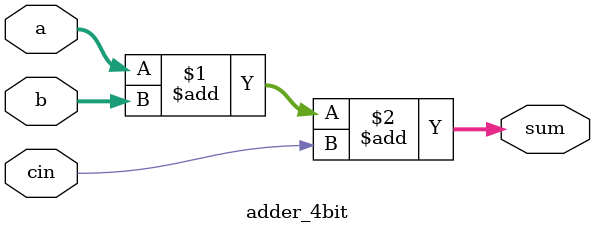
<source format=v>
module adder_4bit(a,b,cin,sum);
input [3:0]a,b;
input cin;
output [4:0]sum;
assign sum=a+b+cin;
endmodule

</source>
